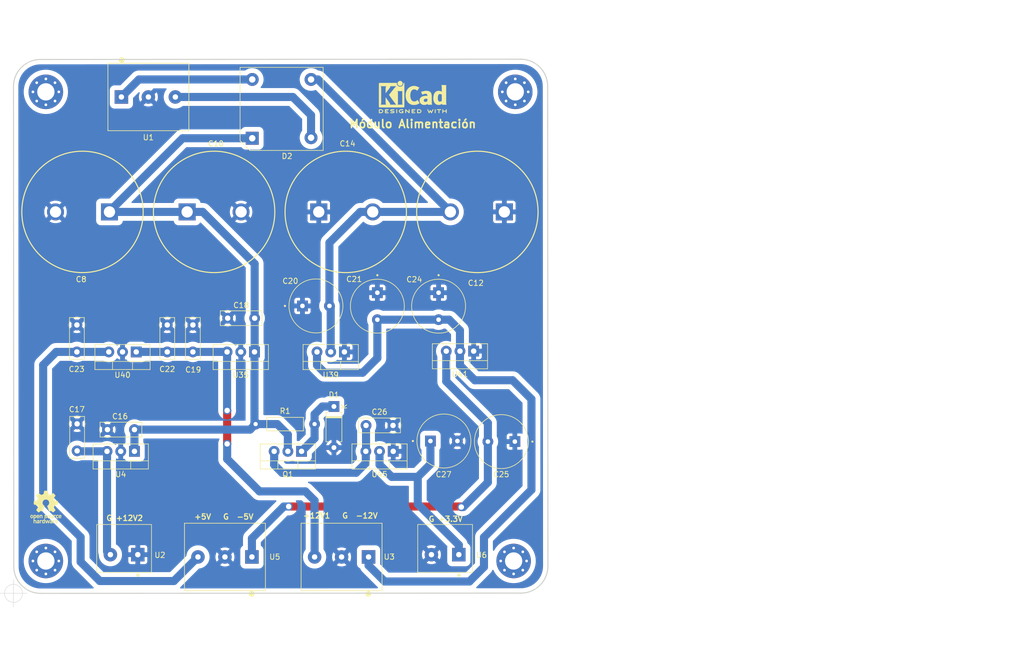
<source format=kicad_pcb>
(kicad_pcb (version 20211014) (generator pcbnew)
  (title_block (title "PLACA DE ALIMENTACIÓN") (date "2021-12-16") (rev "V02") (comment 2 "creativecommons.orgn/licenses/by/4.0/") (comment 3 "License: CC BY 4.0") (comment 4 "Author: Ibañez Lucas"))
  (layers (0 "F.Cu" signal) (31 "B.Cu" signal) (34 "B.Paste" user) (35 "F.Paste" user) (36 "B.SilkS" user "B.Silkscreen") (37 "F.SilkS" user "F.Silkscreen") (38 "B.Mask" user) (39 "F.Mask" user) (44 "Edge.Cuts" user))
  (net 0 "")
  (net 1 "GND")
  (net 2 "/+12V1")
  (net 3 "/-12V")
  (net 4 "/+3,3V")
  (net 5 "/+12V2")
  (net 6 "/+5V")
  (net 7 "/-5V")
  (net 8 "Net-(C26-Pad1)")
  (net 9 "Net-(D1-Pad1)")
  (net 10 "/-15VAC")
  (net 11 "/+15VAC")
  (net 12 "/+15DC")
  (net 13 "Net-(C12-Pad2)")
  (footprint "Capacitor_THT:C_Disc_D7.5mm_W2.5mm_P5.00mm" (layer "F.Cu") (at 56.225 93.675 90)
    (fp_text reference "C23" (at -3.2 -0.05 180) (layer "F.SilkS"))
    (fp_text value "0,1uF")
    (pad "1" thru_hole circle locked (at 0 0 90) (size 2 2) (drill 1) (layers *.Cu *.Mask) (net 6 "/+5V"))
    (pad "2" thru_hole circle locked (at 5 0 90) (size 2 2) (drill 1) (layers *.Cu *.Mask) (net 1 "GND"))
  )
  (footprint "Package_TO_SOT_THT:TO-220-3_Vertical" (layer "F.Cu") (at 97.867 112.099 180)
    (fp_text reference "Q1" (at 2.54 -4.27) (layer "F.SilkS"))
    (fp_text value "TIP122")
    (pad "1" thru_hole rect locked (at 0 0 180) (size 2 2) (drill 1) (layers *.Cu *.Mask) (net 9 "Net-(D1-Pad1)"))
    (pad "2" thru_hole oval locked (at 2.54 0 180) (size 2 2) (drill 1) (layers *.Cu *.Mask) (net 12 "/+15DC"))
    (pad "3" thru_hole oval locked (at 5.08 0 180) (size 2 2) (drill 1) (layers *.Cu *.Mask) (net 8 "Net-(C26-Pad1)"))
  )
  (footprint "Package_TO_SOT_THT:TO-220-3_Vertical" (layer "F.Cu") (at 129.765 93.53 180)
    (fp_text reference "U41" (at 2.54 -4.27) (layer "F.SilkS"))
    (fp_text value "LM7905_TO220")
    (pad "1" thru_hole rect locked (at 0 0 180) (size 2 2) (drill 1) (layers *.Cu *.Mask) (net 1 "GND"))
    (pad "2" thru_hole oval locked (at 2.54 0 180) (size 2 2) (drill 1) (layers *.Cu *.Mask) (net 3 "/-12V"))
    (pad "3" thru_hole oval locked (at 5.08 0 180) (size 2 2) (drill 1) (layers *.Cu *.Mask) (net 7 "/-5V"))
  )
  (footprint "MountingHole:MountingHole_3.2mm_M3_Pad_Via" (layer "F.Cu") (at 137.172056 132.425)
    (fp_text reference "H2" hide)
    (fp_text value "MountingHole" hide)
    (pad "1" thru_hole circle locked (at 0 2.4) (size 0.8 0.8) (drill 0.5) (layers *.Cu *.Mask))
    (pad "1" thru_hole circle locked (at -1.697056 1.697056) (size 0.8 0.8) (drill 0.5) (layers *.Cu *.Mask))
    (pad "1" thru_hole circle locked (at 2.4 0) (size 0.8 0.8) (drill 0.5) (layers *.Cu *.Mask))
    (pad "1" thru_hole circle locked (at 0 -2.4) (size 0.8 0.8) (drill 0.5) (layers *.Cu *.Mask))
    (pad "1" thru_hole circle locked (at -1.697056 -1.697056) (size 0.8 0.8) (drill 0.5) (layers *.Cu *.Mask))
    (pad "1" thru_hole circle locked (at 1.697056 1.697056) (size 0.8 0.8) (drill 0.5) (layers *.Cu *.Mask))
    (pad "1" thru_hole circle locked (at -2.4 0) (size 0.8 0.8) (drill 0.5) (layers *.Cu *.Mask))
    (pad "1" thru_hole circle locked (at 0 0) (size 6.4 6.4) (drill 3.2) (layers *.Cu *.Mask))
    (pad "1" thru_hole circle locked (at 1.697056 -1.697056) (size 0.8 0.8) (drill 0.5) (layers *.Cu *.Mask))
  )
  (footprint "CEDCp:Cap_1uF" (layer "F.Cu") (at 111.914 85.2 -90)
    (fp_text reference "C21" (at -5 4.3 unlocked) (layer "F.SilkS"))
    (fp_text value "10uF")
    (pad "1" thru_hole rect (at -2.5 0 270) (size 2 2) (drill 0.85) (layers *.Cu *.Mask) (net 1 "GND"))
    (pad "2" thru_hole circle (at 2.5 0 270) (size 2 2) (drill 0.85) (layers *.Cu *.Mask) (net 3 "/-12V"))
  )
  (footprint "Capacitor_THT:C_Disc_D7.5mm_W2.5mm_P5.00mm" (layer "F.Cu") (at 72.975 93.675 90)
    (fp_text reference "C22" (at -3.2 0 180) (layer "F.SilkS"))
    (fp_text value "0,33uF")
    (pad "1" thru_hole circle locked (at 0 0 90) (size 2 2) (drill 1) (layers *.Cu *.Mask) (net 2 "/+12V1"))
    (pad "2" thru_hole circle locked (at 5 0 90) (size 2 2) (drill 1) (layers *.Cu *.Mask) (net 1 "GND"))
  )
  (footprint "CEDCp:Cap_4700uF_50V" (layer "F.Cu") (at 76.659333 67.725)
    (fp_text reference "C10" (at 5.33 -12.65 unlocked) (layer "F.SilkS"))
    (fp_text value "4700uF")
    (pad "1" thru_hole rect (at 0 0) (size 3.15 3.15) (drill 2.1) (layers *.Cu *.Mask) (net 12 "/+15DC"))
    (pad "2" thru_hole circle (at 10 0) (size 3.15 3.15) (drill 2.1) (layers *.Cu *.Mask) (net 1 "GND"))
  )
  (footprint "CEDCp:Bornera_1x3" (layer "F.Cu") (at 69.475 46.425)
    (fp_text reference "U1" (at 0 7.5 unlocked) (layer "F.SilkS"))
    (fp_text value "Bornera_1x3" hide)
    (pad "1" thru_hole rect (at -5 0) (size 2.5 2.5) (drill 1) (layers *.Cu *.Mask) (net 10 "/-15VAC"))
    (pad "2" thru_hole circle (at 0 0) (size 2.5 2.5) (drill 1) (layers *.Cu *.Mask) (net 1 "GND"))
    (pad "3" thru_hole circle (at 5 0) (size 2.5 2.5) (drill 1) (layers *.Cu *.Mask) (net 11 "/+15VAC"))
  )
  (footprint "Capacitor_THT:C_Disc_D7.5mm_W2.5mm_P5.00mm" (layer "F.Cu") (at 56.267 112.009 90)
    (fp_text reference "C17" (at 7.684 -0.042) (layer "F.SilkS"))
    (fp_text value "0,1uF")
    (pad "1" thru_hole circle locked (at 0 0 90) (size 2 2) (drill 1) (layers *.Cu *.Mask) (net 5 "/+12V2"))
    (pad "2" thru_hole circle locked (at 5 0 90) (size 2 2) (drill 1) (layers *.Cu *.Mask) (net 1 "GND"))
  )
  (footprint "CEDCp:Bornera_1x3" (layer "F.Cu") (at 83.6655 131.675 180)
    (fp_text reference "U5" (at -9.2395 0.01 unlocked) (layer "F.SilkS"))
    (fp_text value "Bornera_1x3" hide)
    (pad "1" thru_hole circle (at 5 0 180) (size 2.5 2.5) (drill 1) (layers *.Cu *.Mask) (net 6 "/+5V"))
    (pad "2" thru_hole circle (at 0 0 180) (size 2.5 2.5) (drill 1) (layers *.Cu *.Mask) (net 1 "GND"))
    (pad "3" thru_hole rect (at -5 0 180) (size 2.5 2.5) (drill 1) (layers *.Cu *.Mask) (net 7 "/-5V"))
  )
  (footprint "CEDCp:Cap_1uF" (layer "F.Cu") (at 134.899 110.29575 180)
    (fp_text reference "C25" (at 0 -6.07925 unlocked) (layer "F.SilkS"))
    (fp_text value "10uF")
    (pad "1" thru_hole rect (at -2.5 0 180) (size 2 2) (drill 0.85) (layers *.Cu "B.Mask") (net 1 "GND"))
    (pad "2" thru_hole circle (at 2.5 0 180) (size 2 2) (drill 0.85) (layers *.Cu *.Mask) (net 7 "/-5V"))
  )
  (footprint "Package_TO_SOT_THT:TO-220-3_Vertical" (layer "F.Cu") (at 67.225 93.675 180)
    (fp_text reference "U40" (at 2.54 -4.27) (layer "F.SilkS"))
    (fp_text value "LM7805_TO220")
    (pad "1" thru_hole rect locked (at 0 0 180) (size 2 2) (drill 1) (layers *.Cu *.Mask) (net 2 "/+12V1"))
    (pad "2" thru_hole oval locked (at 2.54 0 180) (size 2 2) (drill 1) (layers *.Cu *.Mask) (net 1 "GND"))
    (pad "3" thru_hole oval locked (at 5.08 0 180) (size 2 2) (drill 1) (layers *.Cu *.Mask) (net 6 "/+5V"))
  )
  (footprint "Capacitor_THT:C_Disc_D7.5mm_W2.5mm_P5.00mm" (layer "F.Cu") (at 109.817 107.299)
    (fp_text reference "C26" (at 2.5 -2.5) (layer "F.SilkS"))
    (fp_text value "0,1uF")
    (pad "1" thru_hole circle locked (at 0 0) (size 2 2) (drill 1) (layers *.Cu *.Mask) (net 8 "Net-(C26-Pad1)"))
    (pad "2" thru_hole circle locked (at 5 0) (size 2 2) (drill 1) (layers *.Cu *.Mask) (net 1 "GND"))
  )
  (footprint "MountingHole:MountingHole_3.2mm_M3_Pad_Via" (layer "F.Cu") (at 50.475 132.425)
    (fp_text reference "H1" hide)
    (fp_text value "MountingHole" hide)
    (pad "1" thru_hole circle locked (at 1.697056 -1.697056) (size 0.8 0.8) (drill 0.5) (layers *.Cu *.Mask))
    (pad "1" thru_hole circle locked (at 0 2.4) (size 0.8 0.8) (drill 0.5) (layers *.Cu *.Mask))
    (pad "1" thru_hole circle locked (at 0 -2.4) (size 0.8 0.8) (drill 0.5) (layers *.Cu *.Mask))
    (pad "1" thru_hole circle locked (at -1.697056 1.697056) (size 0.8 0.8) (drill 0.5) (layers *.Cu *.Mask))
    (pad "1" thru_hole circle locked (at 1.697056 1.697056) (size 0.8 0.8) (drill 0.5) (layers *.Cu *.Mask))
    (pad "1" thru_hole circle locked (at -2.4 0) (size 0.8 0.8) (drill 0.5) (layers *.Cu *.Mask))
    (pad "1" thru_hole circle locked (at 2.4 0) (size 0.8 0.8) (drill 0.5) (layers *.Cu *.Mask))
    (pad "1" thru_hole circle locked (at 0 0) (size 6.4 6.4) (drill 3.2) (layers *.Cu *.Mask))
    (pad "1" thru_hole circle locked (at -1.697056 -1.697056) (size 0.8 0.8) (drill 0.5) (layers *.Cu *.Mask))
  )
  (footprint "CEDCp:Cap_4700uF_50V" (layer "F.Cu") (at 101.054666 67.725)
    (fp_text reference "C14" (at 5.33 -12.65 unlocked) (layer "F.SilkS"))
    (fp_text value "4700uF")
    (pad "1" thru_hole rect (at 0 0) (size 3.15 3.15) (drill 2.1) (layers *.Cu *.Mask) (net 1 "GND"))
    (pad "2" thru_hole circle (at 10 0) (size 3.15 3.15) (drill 2.1) (layers *.Cu *.Mask) (net 13 "Net-(C12-Pad2)"))
  )
  (footprint "Diode_THT:D_A-405_P7.62mm_Horizontal" (layer "F.Cu") (at 103.867 103.789 -90)
    (fp_text reference "D1" (at -2.164 -0.008) (layer "F.SilkS"))
    (fp_text value "BZX84Cxx")
    (fp_text user "K" (at 0 -1.9 90) (layer "F.SilkS"))
    (pad "1" thru_hole rect locked (at 0 0 270) (size 2 2) (drill 0.9) (layers *.Cu *.Mask) (net 9 "Net-(D1-Pad1)"))
    (pad "2" thru_hole oval locked (at 7.62 0 270) (size 2 2) (drill 0.9) (layers *.Cu *.Mask) (net 1 "GND"))
  )
  (footprint "CEDCp:Resistencia_0,25W" (layer "F.Cu") (at 94.817 107.049)
    (fp_text reference "R1" (at 0.008 -2.424 unlocked) (layer "F.SilkS"))
    (fp_text value "1K5")
    (pad "1" thru_hole circle (at -5.465 0) (size 2 2) (drill 0.79) (layers *.Cu *.Mask) (net 12 "/+15DC"))
    (pad "2" thru_hole circle (at 5.465 0) (size 2 2) (drill 0.79) (layers *.Cu *.Mask) (net 9 "Net-(D1-Pad1)"))
  )
  (footprint "Package_TO_SOT_THT:TO-220-3_Vertical" (layer "F.Cu") (at 105.808332 93.675 180)
    (fp_text reference "U39" (at 2.54 -4.27) (layer "F.SilkS"))
    (fp_text value "LM7912_TO220")
    (pad "1" thru_hole rect locked (at 0 0 180) (size 2 2) (drill 1) (layers *.Cu *.Mask) (net 1 "GND"))
    (pad "2" thru_hole oval locked (at 2.54 0 180) (size 2 2) (drill 1) (layers *.Cu *.Mask) (net 13 "Net-(C12-Pad2)"))
    (pad "3" thru_hole oval locked (at 5.08 0 180) (size 2 2) (drill 1) (layers *.Cu *.Mask) (net 3 "/-12V"))
  )
  (footprint "Package_TO_SOT_THT:TO-220-3_Vertical" (layer "F.Cu") (at 114.857 112.099 180)
    (fp_text reference "U45" (at 2.54 -4.27) (layer "F.SilkS"))
    (fp_text value "LD1117S12TR_SOT223")
    (pad "1" thru_hole rect locked (at 0 0 180) (size 2 2) (drill 1) (layers *.Cu *.Mask) (net 1 "GND"))
    (pad "2" thru_hole oval locked (at 2.54 0 180) (size 2 2) (drill 1) (layers *.Cu *.Mask) (net 4 "/+3,3V"))
    (pad "3" thru_hole oval locked (at 5.08 0 180) (size 2 2) (drill 1) (layers *.Cu *.Mask) (net 8 "Net-(C26-Pad1)"))
  )
  (footprint "CEDCp:Bornera_1x2" (layer "F.Cu") (at 124.475 131.248903 180)
    (fp_text reference "U6" (at -6.741 -0.084747 unlocked) (layer "F.SilkS"))
    (fp_text value "Bornera_1x2")
    (pad "1" thru_hole rect (at -2.54 0 180) (size 2.5 2.5) (drill 1) (layers *.Cu *.Mask) (net 4 "/+3,3V"))
    (pad "2" thru_hole circle (at 2.54 0 180) (size 2.5 2.5) (drill 1) (layers *.Cu *.Mask) (net 1 "GND"))
  )
  (footprint "Capacitor_THT:C_Disc_D7.5mm_W2.5mm_P5.00mm" (layer "F.Cu") (at 77.725 93.675 90)
    (fp_text reference "C19" (at -3.3 0.05 180) (layer "F.SilkS"))
    (fp_text value "0,1uF")
    (pad "1" thru_hole circle locked (at 0 0 90) (size 2 2) (drill 1) (layers *.Cu *.Mask) (net 2 "/+12V1"))
    (pad "2" thru_hole circle locked (at 5 0 90) (size 2 2) (drill 1) (layers *.Cu *.Mask) (net 1 "GND"))
  )
  (footprint "CEDCp:Cap_1uF" (layer "F.Cu") (at 124.249 110.189)
    (fp_text reference "C27" (at -0.05 6.2 unlocked) (layer "F.SilkS"))
    (fp_text value "10uF" hide)
    (pad "1" thru_hole rect (at -2.5 0) (size 2 2) (drill 0.85) (layers *.Cu *.Mask) (net 4 "/+3,3V"))
    (pad "2" thru_hole circle (at 2.5 0) (size 2 2) (drill 0.85) (layers *.Cu *.Mask) (net 1 "GND"))
  )
  (footprint "Symbol:OSHW-Logo_5.7x6mm_SilkScreen" (layer "F.Cu") (at 50.475 122.425)
    (fp_text reference "REF**" hide)
    (fp_text value "OSHW-Logo_5.7x6mm_SilkScreen" hide)
  )
  (footprint "CEDCp:Bornera_1x2" (layer "F.Cu") (at 64.975 131.248903 180)
    (fp_text reference "U2" (at -6.6446 -0.084747 unlocked) (layer "F.SilkS"))
    (fp_text value "Bornera_1x2")
    (pad "1" thru_hole circle (at 2.54 0 180) (size 2.5 2.5) (drill 1) (layers *.Cu *.Mask) (net 5 "/+12V2"))
    (pad "2" thru_hole rect (at -2.54 0 180) (size 2.5 2.5) (drill 1) (layers *.Cu *.Mask) (net 1 "GND"))
  )
  (footprint "MountingHole:MountingHole_3.2mm_M3_Pad_Via" (layer "F.Cu") (at 137.475 45.475)
    (fp_text reference "H3" hide)
    (fp_text value "MountingHole" hide)
    (pad "1" thru_hole circle locked (at 0 -2.4) (size 0.8 0.8) (drill 0.5) (layers *.Cu *.Mask))
    (pad "1" thru_hole circle locked (at 1.697056 1.697056) (size 0.8 0.8) (drill 0.5) (layers *.Cu *.Mask))
    (pad "1" thru_hole circle locked (at -2.4 0) (size 0.8 0.8) (drill 0.5) (layers *.Cu *.Mask))
    (pad "1" thru_hole circle locked (at 0 2.4) (size 0.8 0.8) (drill 0.5) (layers *.Cu *.Mask))
    (pad "1" thru_hole circle locked (at -1.697056 -1.697056) (size 0.8 0.8) (drill 0.5) (layers *.Cu *.Mask))
    (pad "1" thru_hole circle locked (at 0 0) (size 6.4 6.4) (drill 3.2) (layers *.Cu *.Mask))
    (pad "1" thru_hole circle locked (at -1.697056 1.697056) (size 0.8 0.8) (drill 0.5) (layers *.Cu *.Mask))
    (pad "1" thru_hole circle locked (at 1.697056 -1.697056) (size 0.8 0.8) (drill 0.5) (layers *.Cu *.Mask))
    (pad "1" thru_hole circle locked (at 2.4 0) (size 0.8 0.8) (drill 0.5) (layers *.Cu *.Mask))
  )
  (footprint "Package_TO_SOT_THT:TO-220-3_Vertical" (layer "F.Cu") (at 66.892 112.099 180)
    (fp_text reference "U4" (at 2.54 -4.27) (layer "F.SilkS"))
    (fp_text value "LM7812_TO220")
    (pad "1" thru_hole rect locked (at 0 0 180) (size 2 2) (drill 1) (layers *.Cu *.Mask) (net 12 "/+15DC"))
    (pad "2" thru_hole oval locked (at 2.54 0 180) (size 2 2) (drill 1) (layers *.Cu *.Mask) (net 1 "GND"))
    (pad "3" thru_hole oval locked (at 5.08 0 180) (size 2 2) (drill 1) (layers *.Cu *.Mask) (net 5 "/+12V2"))
  )
  (footprint "Capacitor_THT:C_Disc_D7.5mm_W2.5mm_P5.00mm" (layer "F.Cu") (at 66.892 108.074 180)
    (fp_text reference "C16" (at 2.667 2.449) (layer "F.SilkS"))
    (fp_text value "0,33uF")
    (pad "1" thru_hole circle locked (at 0 0 180) (size 2 2) (drill 1) (layers *.Cu *.Mask) (net 12 "/+15DC"))
    (pad "2" thru_hole circle locked (at 5 0 180) (size 2 2) (drill 1) (layers *.Cu *.Mask) (net 1 "GND"))
  )
  (footprint "Diode_THT:Diode_Bridge_15.2x15.2x6.3mm_P10.9mm" (layer "F.Cu") (at 88.725 54.075 90)
    (fp_text reference "D2" (at -3.324 6.45 180) (layer "F.SilkS"))
    (fp_text value ">2A ")
    (pad "1" thru_hole rect (at 0 0 270) (size 2.4 2.4) (drill 1.2) (layers *.Cu *.Mask) (net 12 "/+15DC"))
    (pad "2" thru_hole circle (at 10.9 10.9 270) (size 2.4 2.4) (drill 1.2) (layers *.Cu *.Mask) (net 13 "Net-(C12-Pad2)"))
    (pad "3" thru_hole circle (at 0.1 10.9 270) (size 2.4 2.4) (drill 1.2) (layers *.Cu *.Mask) (net 11 "/+15VAC"))
    (pad "4" thru_hole circle (at 10.9 0 270) (size 2.4 2.4) (drill 1.2) (layers *.Cu *.Mask) (net 10 "/-15VAC"))
  )
  (footprint "Symbol:KiCad-Logo2_5mm_SilkScreen" (layer "F.Cu") (at 118.475 46.425)
    (fp_text reference "REF**" hide)
    (fp_text value "KiCad-Logo2_5mm_SilkScreen" hide)
  )
  (footprint "CEDCp:Cap_4700uF_50V" (layer "F.Cu") (at 135.45 67.725 180)
    (fp_text reference "C12" (at 5.286 -13.186 unlocked) (layer "F.SilkS"))
    (fp_text value "4700uF")
    (pad "1" thru_hole rect (at 0 0 180) (size 3.15 3.15) (drill 2.1) (layers *.Cu *.Mask) (net 1 "GND"))
    (pad "2" thru_hole circle (at 10 0 180) (size 3.15 3.15) (drill 2.1) (layers *.Cu *.Mask) (net 13 "Net-(C12-Pad2)"))
  )
  (footprint "CEDCp:Cap_1uF" (layer "F.Cu") (at 123.264 85.2 -90)
    (fp_text reference "C24" (at -4.95 4.5 unlocked) (layer "F.SilkS"))
    (fp_text value "33uF")
    (pad "1" thru_hole rect (at -2.5 0 270) (size 2 2) (drill 0.85) (layers *.Cu *.Mask) (net 1 "GND"))
    (pad "2" thru_hole circle (at 2.5 0 270) (size 2 2) (drill 0.85) (layers *.Cu *.Mask) (net 3 "/-12V"))
  )
  (footprint "MountingHole:MountingHole_3.2mm_M3_Pad_Via" (layer "F.Cu") (at 50.475 45.475)
    (fp_text reference "H4" hide)
    (fp_text value "MountingHole" hide)
    (pad "1" thru_hole circle locked (at 2.4 0) (size 0.8 0.8) (drill 0.5) (layers *.Cu *.Mask))
    (pad "1" thru_hole circle locked (at -2.4 0) (size 0.8 0.8) (drill 0.5) (layers *.Cu *.Mask))
    (pad "1" thru_hole circle locked (at 0 -2.4) (size 0.8 0.8) (drill 0.5) (layers *.Cu *.Mask))
    (pad "1" thru_hole circle locked (at 0 2.4) (size 0.8 0.8) (drill 0.5) (layers *.Cu *.Mask))
    (pad "1" thru_hole circle locked (at 1.697056 1.697056) (size 0.8 0.8) (drill 0.5) (layers *.Cu *.Mask))
    (pad "1" thru_hole circle locked (at 0 0) (size 6.4 6.4) (drill 3.2) (layers *.Cu *.Mask))
    (pad "1" thru_hole circle locked (at -1.697056 -1.697056) (size 0.8 0.8) (drill 0.5) (layers *.Cu *.Mask))
    (pad "1" thru_hole circle locked (at 1.697056 -1.697056) (size 0.8 0.8) (drill 0.5) (layers *.Cu *.Mask))
    (pad "1" thru_hole circle locked (at -1.697056 1.697056) (size 0.8 0.8) (drill 0.5) (layers *.Cu *.Mask))
  )
  (footprint "CEDCp:Bornera_1x3" (layer "F.Cu") (at 105.2845 131.675 180)
    (fp_text reference "U3" (at -8.8405 0.02 unlocked) (layer "F.SilkS"))
    (fp_text value "Bornera_1x3" hide)
    (pad "1" thru_hole circle (at 5 0 180) (size 2.5 2.5) (drill 1) (layers *.Cu *.Mask) (net 2 "/+12V1"))
    (pad "2" thru_hole circle (at 0 0 180) (size 2.5 2.5) (drill 1) (layers *.Cu *.Mask) (net 1 "GND"))
    (pad "3" thru_hole rect (at -5 0 180) (size 2.5 2.5) (drill 1) (layers *.Cu *.Mask) (net 3 "/-12V"))
  )
  (footprint "Capacitor_THT:C_Disc_D7.5mm_W2.5mm_P5.00mm" (layer "F.Cu") (at 89.175 87.425 180)
    (fp_text reference "C18" (at 2.5 2.4) (layer "F.SilkS"))
    (fp_text value "0,33uF" hide)
    (pad "1" thru_hole circle locked (at 0 0 180) (size 2 2) (drill 1) (layers *.Cu *.Mask) (net 12 "/+15DC"))
    (pad "2" thru_hole circle locked (at 5 0 180) (size 2 2) (drill 1) (layers *.Cu *.Mask) (net 1 "GND"))
  )
  (footprint "Package_TO_SOT_THT:TO-220-3_Vertical" (layer "F.Cu") (at 89.141666 93.675 180)
    (fp_text reference "U35" (at 2.54 -4.27) (layer "F.SilkS"))
    (fp_text value "LM7812_TO220")
    (pad "1" thru_hole rect locked (at 0 0 180) (size 2 2) (drill 1) (layers *.Cu *.Mask) (net 12 "/+15DC"))
    (pad "2" thru_hole oval locked (at 2.54 0 180) (size 2 2) (drill 1) (layers *.Cu *.Mask) (net 1 "GND"))
    (pad "3" thru_hole oval locked (at 5.08 0 180) (size 2 2) (drill 1) (layers *.Cu *.Mask) (net 2 "/+12V1"))
  )
  (footprint "CEDCp:Cap_1uF" (layer "F.Cu") (at 100.53225 85.15)
    (fp_text reference "C20" (at -4.74325 -4.60675 unlocked) (layer "F.SilkS"))
    (fp_text value "33uF")
    (pad "1" thru_hole rect (at -2.5 0) (size 2 2) (drill 0.85) (layers *.Cu *.Mask) (net 1 "GND"))
    (pad "2" thru_hole circle (at 2.5 0) (size 2 2) (drill 0.85) (layers *.Cu *.Mask) (net 13 "Net-(C12-Pad2)"))
  )
  (footprint "CEDCp:Cap_4700uF_50V" (layer "F.Cu") (at 62.264 67.725 180)
    (fp_text reference "C8" (at 5.25 -12.5 unlocked) (layer "F.SilkS"))
    (fp_text value "4700uF")
    (pad "1" thru_hole rect (at 0 0 180) (size 3.15 3.15) (drill 2.1) (layers *.Cu *.Mask) (net 12 "/+15DC"))
    (pad "2" thru_hole circle (at 10 0 180) (size 3.15 3.15) (drill 2.1) (layers *.Cu *.Mask) (net 1 "GND"))
  )
  (gr_line (start 49.475 39.475) (end 138.475 39.425) (layer "Edge.Cuts") (width 0.2))
  (gr_arc (start 49.525 138.425) (mid 45.989466 136.960534) (end 44.525 133.425) (layer "Edge.Cuts") (width 0.2))
  (gr_line (start 44.525 133.425) (end 44.475 44.475) (layer "Edge.Cuts") (width 0.2))
  (gr_arc (start 143.525 133.375) (mid 142.060534 136.910534) (end 138.525 138.375) (layer "Edge.Cuts") (width 0.2))
  (gr_line (start 143.475 44.425) (end 143.525 133.375) (layer "Edge.Cuts") (width 0.2))
  (gr_arc (start 138.475 39.425) (mid 142.010534 40.889466) (end 143.475 44.425) (layer "Edge.Cuts") (width 0.2))
  (gr_line (start 138.525 138.375) (end 49.525 138.425) (layer "Edge.Cuts") (width 0.2))
  (gr_arc (start 44.475 44.475) (mid 45.939466 40.939466) (end 49.475 39.475) (layer "Edge.Cuts") (width 0.2))
  (gr_text "+5V   G  -5V" (at 83.475 124.225) (layer "F.SilkS") (effects (font (size 1 1) (thickness 0.2))))
  (gr_text "+12V1   G  -12V" (at 105.075 124.025) (layer "F.SilkS") (effects (font (size 1 1) (thickness 0.2))))
  (gr_text "G +3.3V" (at 124.575 124.65) (layer "F.SilkS") (effects (font (size 1 1) (thickness 0.2))))
  (gr_text "Módulo Alimentación" (at 118.475 51.425) (layer "F.SilkS") (effects (font (size 1.5 1.5) (thickness 0.3))))
  (gr_text "G +12V2" (at 65.075 124.475) (layer "F.SilkS") (effects (font (size 1 1) (thickness 0.2))))
  (target plus (at 44.475 138.425) (size 5) (width 0.05) (layer "Edge.Cuts"))
  (target plus (at 44.475 138.425) (size 5) (width 0.05) (layer "Edge.Cuts"))
  (segment (start 84.075 104.525) (end 84.075 110.725) (width 1.5) (layer "F.Cu") (net 2))
  (via (at 84.075 110.725) (size 1.5) (drill 1) (layers "F.Cu" "B.Cu") (net 2))
  (via (at 84.075 104.525) (size 1.5) (drill 1) (layers "F.Cu" "B.Cu") (net 2))
  (segment (start 100.2845 121.2345) (end 98.575 119.525) (width 1.5) (layer "B.Cu") (net 2))
  (segment (start 84.061666 93.675) (end 84.061666 104.511666) (width 1.5) (layer "B.Cu") (net 2))
  (segment (start 98.575 119.525) (end 90.075 119.525) (width 1.5) (layer "B.Cu") (net 2))
  (segment (start 84.061666 104.511666) (end 84.075 104.525) (width 1.5) (layer "B.Cu") (net 2))
  (segment (start 90.075 119.525) (end 84.075 113.525) (width 1.5) (layer "B.Cu") (net 2))
  (segment (start 100.2845 131.675) (end 100.2845 121.2345) (width 1.5) (layer "B.Cu") (net 2))
  (segment (start 67.225 93.675) (end 72.975 93.675) (width 1.5) (layer "B.Cu") (net 2))
  (segment (start 72.975 93.675) (end 77.725 93.675) (width 1.5) (layer "B.Cu") (net 2))
  (segment (start 77.725 93.675) (end 84.061666 93.675) (width 1.5) (layer "B.Cu") (net 2))
  (segment (start 84.075 113.525) (end 84.075 110.725) (width 1.5) (layer "B.Cu") (net 2))
  (segment (start 129.975 98.925) (end 136.975 98.925) (width 1.5) (layer "B.Cu") (net 3))
  (segment (start 131.675 128.025) (end 131.675 133.525) (width 1.5) (layer "B.Cu") (net 3))
  (segment (start 100.728332 93.675) (end 100.728332 96.126332) (width 1.5) (layer "B.Cu") (net 3))
  (segment (start 111.914 87.7) (end 123.264 87.7) (width 1.5) (layer "B.Cu") (net 3))
  (segment (start 110.2845 131.675) (end 110.2845 133.2345) (width 1.5) (layer "B.Cu") (net 3))
  (segment (start 128.975 136.225) (end 113.275 136.225) (width 1.5) (layer "B.Cu") (net 3))
  (segment (start 109.194 97.531) (end 111.914 94.811) (width 1.5) (layer "B.Cu") (net 3))
  (segment (start 127.225 96.175) (end 129.975 98.925) (width 1.5) (layer "B.Cu") (net 3))
  (segment (start 140.475 119.225) (end 131.675 128.025) (width 1.5) (layer "B.Cu") (net 3))
  (segment (start 127.225 89.7) (end 127.225 93.53) (width 1.5) (layer "B.Cu") (net 3))
  (segment (start 100.728332 96.126332) (end 102.133 97.531) (width 1.5) (layer "B.Cu") (net 3))
  (segment (start 127.225 93.53) (end 127.225 96.175) (width 1.5) (layer "B.Cu") (net 3))
  (segment (start 123.264 87.7) (end 125.225 87.7) (width 1.5) (layer "B.Cu") (net 3))
  (segment (start 131.675 133.525) (end 128.975 136.225) (width 1.5) (layer "B.Cu") (net 3))
  (segment (start 111.914 94.811) (end 111.914 87.7) (width 1.5) (layer "B.Cu") (net 3))
  (segment (start 125.225 87.7) (end 127.225 89.7) (width 1.5) (layer "B.Cu") (net 3))
  (segment (start 102.133 97.531) (end 109.194 97.531) (width 1.5) (layer "B.Cu") (net 3))
  (segment (start 140.475 102.425) (end 140.475 119.225) (width 1.5) (layer "B.Cu") (net 3))
  (segment (start 136.975 98.925) (end 140.475 102.425) (width 1.5) (layer "B.Cu") (net 3))
  (segment (start 110.2845 133.2345) (end 113.275 136.225) (width 1.5) (layer "B.Cu") (net 3))
  (segment (start 121.749 110.189) (end 121.749 114.491) (width 1.5) (layer "B.Cu") (net 4))
  (segment (start 127.015 129.465) (end 119.405 121.855) (width 1.5) (layer "B.Cu") (net 4))
  (segment (start 112.317 112.099) (end 112.317 114.573) (width 1.5) (layer "B.Cu") (net 4))
  (segment (start 114.579 116.835) (end 119.405 116.835) (width 1.5) (layer "B.Cu") (net 4))
  (segment (start 119.405 116.835) (end 121.749 114.491) (width 1.5) (layer "B.Cu") (net 4))
  (segment (start 127.015 131.248903) (end 127.015 129.465) (width 1.5) (layer "B.Cu") (net 4))
  (segment (start 112.317 114.573) (end 114.579 116.835) (width 1.5) (layer "B.Cu") (net 4))
  (segment (start 119.405 121.855) (end 119.405 116.835) (width 1.5) (layer "B.Cu") (net 4))
  (segment (start 61.812 112.099) (end 61.812 130.625903) (width 1.5) (layer "B.Cu") (net 5))
  (segment (start 61.812 130.625903) (end 62.435 131.248903) (width 1.5) (layer "B.Cu") (net 5))
  (segment (start 56.357 112.099) (end 56.267 112.009) (width 1.5) (layer "B.Cu") (net 5))
  (segment (start 61.812 112.099) (end 56.357 112.099) (width 1.5) (layer "B.Cu") (net 5))
  (segment (start 49.975 96.095) (end 52.395 93.675) (width 1.5) (layer "B.Cu") (net 6))
  (segment (start 78.6655 131.675) (end 74.2015 136.139) (width 1.5) (layer "B.Cu") (net 6))
  (segment (start 60.477 136.139) (end 56.921 132.583) (width 1.5) (layer "B.Cu") (net 6))
  (segment (start 56.921 132.583) (end 56.921 128.011) (width 1.5) (layer "B.Cu") (net 6))
  (segment (start 49.975 121.065) (end 49.975 96.095) (width 1.5) (layer "B.Cu") (net 6))
  (segment (start 52.395 93.675) (end 56.225 93.675) (width 1.5) (layer "B.Cu") (net 6))
  (segment (start 74.2015 136.139) (end 60.477 136.139) (width 1.5) (layer "B.Cu") (net 6))
  (segment (start 56.225 93.675) (end 62.145 93.675) (width 1.5) (layer "B.Cu") (net 6))
  (segment (start 56.921 128.011) (end 49.975 121.065) (width 1.5) (layer "B.Cu") (net 6))
  (segment (start 127.375 122.325) (end 127.475 122.425) (width 1.5) (layer "F.Cu") (net 7))
  (segment (start 95.475 122.325) (end 127.375 122.325) (width 1.5) (layer "F.Cu") (net 7))
  (via (at 127.475 122.425) (size 1.5) (drill 1) (layers "F.Cu" "B.Cu") (net 7))
  (via (at 95.475 122.325) (size 1.5) (drill 1) (layers "F.Cu" "B.Cu") (net 7))
  (segment (start 94.575 122.325) (end 88.6655 128.2345) (width 1.5) (layer "B.Cu") (net 7))
  (segment (start 127.475 122.425) (end 127.825 122.425) (width 1.5) (layer "B.Cu") (net 7))
  (segment (start 132.399 117.851) (end 132.399 110.29575) (width 1.5) (layer "B.Cu") (net 7))
  (segment (start 88.6655 131.675) (end 88.6655 128.2345) (width 1.5) (layer "B.Cu") (net 7))
  (segment (start 127.825 122.425) (end 132.399 117.851) (width 1.5) (layer "B.Cu") (net 7))
  (segment (start 95.475 122.325) (end 94.575 122.325) (width 1.5) (layer "B.Cu") (net 7))
  (segment (start 124.685 99.135) (end 132.399 106.849) (width 1.5) (layer "B.Cu") (net 7))
  (segment (start 124.685 93.53) (end 124.685 99.135) (width 1.5) (layer "B.Cu") (net 7))
  (segment (start 132.399 106.849) (end 132.399 110.29575) (width 1.5) (layer "B.Cu") (net 7))
  (segment (start 92.787 114.601) (end 94.259 116.073) (width 1.5) (layer "B.Cu") (net 8))
  (segment (start 107.975 116.073) (end 109.777 114.271) (width 1.5) (layer "B.Cu") (net 8))
  (segment (start 92.787 112.099) (end 92.787 114.601) (width 1.5) (layer "B.Cu") (net 8))
  (segment (start 109.817 107.299) (end 109.817 112.059) (width 1.5) (layer "B.Cu") (net 8))
  (segment (start 94.259 116.073) (end 107.975 116.073) (width 1.5) (layer "B.Cu") (net 8))
  (segment (start 109.817 112.059) (end 109.777 112.099) (width 1.5) (layer "B.Cu") (net 8))
  (segment (start 109.777 114.271) (end 109.777 112.099) (width 1.5) (layer "B.Cu") (net 8))
  (segment (start 100.282 107.049) (end 100.282 105.224) (width 1.5) (layer "B.Cu") (net 9))
  (segment (start 100.282 107.049) (end 100.282 109.684) (width 1.5) (layer "B.Cu") (net 9))
  (segment (start 100.282 105.224) (end 101.717 103.789) (width 1.5) (layer "B.Cu") (net 9))
  (segment (start 101.717 103.789) (end 103.867 103.789) (width 1.5) (layer "B.Cu") (net 9))
  (segment (start 97.867 112.099) (end 100.282 109.684) (width 1.5) (layer "B.Cu") (net 9))
  (segment (start 64.475 46.425) (end 67.725 43.175) (width 1.5) (layer "B.Cu") (net 10))
  (segment (start 67.725 43.175) (end 88.725 43.175) (width 1.5) (layer "B.Cu") (net 10))
  (segment (start 74.475 46.425) (end 96.25 46.425) (width 1.5) (layer "B.Cu") (net 11))
  (segment (start 96.25 46.425) (end 99.625 49.8) (width 1.5) (layer "B.Cu") (net 11))
  (segment (start 99.625 49.8) (end 99.625 53.975) (width 1.5) (layer "B.Cu") (net 11))
  (segment (start 89.175 93.641666) (end 89.141666 93.675) (width 1.5) (layer "B.Cu") (net 12))
  (segment (start 76.659333 67.725) (end 79.55 67.725) (width 1.5) (layer "B.Cu") (net 12))
  (segment (start 88.725 54.075) (end 75.825 54.075) (width 1.5) (layer "B.Cu") (net 12))
  (segment (start 89.141666 93.675) (end 89.141666 106.838666) (width 1.5) (layer "B.Cu") (net 12))
  (segment (start 89.141666 106.838666) (end 89.352 107.049) (width 1.5) (layer "B.Cu") (net 12))
  (segment (start 95.327 112.099) (end 95.327 109.013) (width 1.5) (layer "B.Cu") (net 12))
  (segment (start 89.175 77.35) (end 89.175 87.425) (width 1.5) (layer "B.Cu") (net 12))
  (segment (start 62.264 67.725) (end 76.659333 67.725) (width 1.5) (layer "B.Cu") (net 12))
  (segment (start 88.327 108.074) (end 66.892 108.074) (width 1.5) (layer "B.Cu") (net 12))
  (segment (start 89.175 87.425) (end 89.175 93.641666) (width 1.5) (layer "B.Cu") (net 12))
  (segment (start 66.892 108.074) (end 66.892 112.099) (width 1.5) (layer "B.Cu") (net 12))
  (segment (start 62.264 67.725) (end 62.264 67.636) (width 1.5) (layer "B.Cu") (net 12))
  (segment (start 62.264 67.636) (end 75.825 54.075) (width 1.5) (layer "B.Cu") (net 12))
  (segment (start 79.55 67.725) (end 89.175 77.35) (width 1.5) (layer "B.Cu") (net 12))
  (segment (start 89.352 107.049) (end 88.327 108.074) (width 1.5) (layer "B.Cu") (net 12))
  (segment (start 89.352 107.049) (end 93.363 107.049) (width 1.5) (layer "B.Cu") (net 12))
  (segment (start 93.363 107.049) (end 95.327 109.013) (width 1.5) (layer "B.Cu") (net 12))
  (segment (start 108.75 67.725) (end 111.054666 67.725) (width 1.5) (layer "B.Cu") (net 13))
  (segment (start 100.9 43.175) (end 99.625 43.175) (width 1.5) (layer "B.Cu") (net 13))
  (segment (start 103.268332 85.386082) (end 103.03225 85.15) (width 1.5) (layer "B.Cu") (net 13))
  (segment (start 103.03225 85.15) (end 103.03225 73.44275) (width 1.5) (layer "B.Cu") (net 13))
  (segment (start 103.268332 93.675) (end 103.268332 85.386082) (width 1.5) (layer "B.Cu") (net 13))
  (segment (start 125.45 67.725) (end 111.054666 67.725) (width 1.5) (layer "B.Cu") (net 13))
  (segment (start 125.45 67.725) (end 100.9 43.175) (width 1.5) (layer "B.Cu") (net 13))
  (segment (start 103.26825 93.674918) (end 103.268332 93.675) (width 1.5) (layer "B.Cu") (net 13))
  (segment (start 103.03225 73.44275) (end 108.75 67.725) (width 1.5) (layer "B.Cu") (net 13))
  (zone (net 1) (net_name "GND") (layer "B.Cu") (connect_pads (clearance 0.9)) (min_thickness 0.254) (fill yes (thermal_gap 0.508) (thermal_bridge_width 0.9))
    (polygon (pts (xy 143.475 138.425) (xy 44.475 138.425) (xy 44.475 39.425) (xy 143.475 39.425)))
  )
)
</source>
